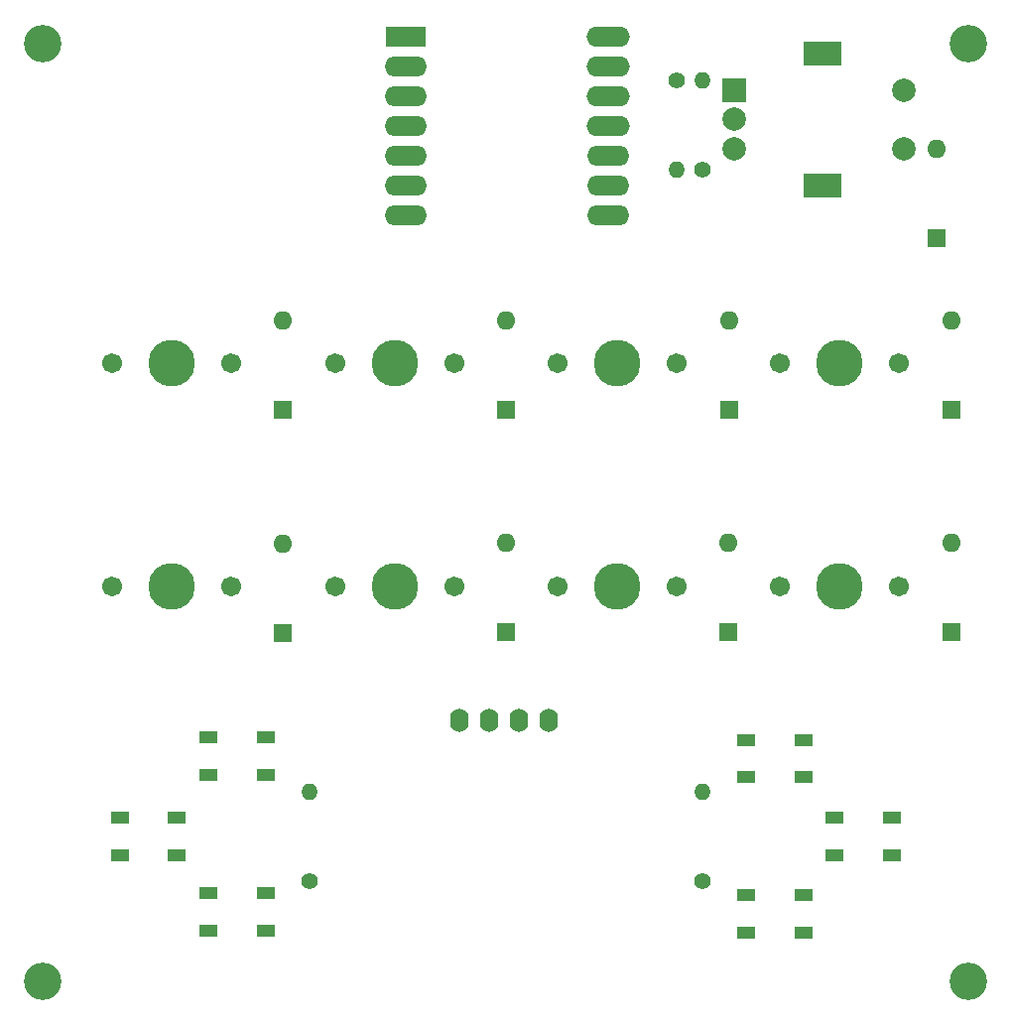
<source format=gbr>
%TF.GenerationSoftware,KiCad,Pcbnew,8.0.8*%
%TF.CreationDate,2025-02-15T23:13:22-05:00*%
%TF.ProjectId,Hackpad,4861636b-7061-4642-9e6b-696361645f70,rev?*%
%TF.SameCoordinates,Original*%
%TF.FileFunction,Soldermask,Top*%
%TF.FilePolarity,Negative*%
%FSLAX46Y46*%
G04 Gerber Fmt 4.6, Leading zero omitted, Abs format (unit mm)*
G04 Created by KiCad (PCBNEW 8.0.8) date 2025-02-15 23:13:22*
%MOMM*%
%LPD*%
G01*
G04 APERTURE LIST*
%ADD10C,3.200000*%
%ADD11C,1.701800*%
%ADD12C,3.987800*%
%ADD13C,1.400000*%
%ADD14O,1.400000X1.400000*%
%ADD15R,2.000000X2.000000*%
%ADD16C,2.000000*%
%ADD17R,3.200000X2.000000*%
%ADD18R,3.500000X1.700000*%
%ADD19O,3.600000X1.700000*%
%ADD20O,3.700000X1.700000*%
%ADD21O,1.600000X2.000000*%
%ADD22R,1.500000X1.000000*%
%ADD23R,1.600000X1.600000*%
%ADD24O,1.600000X1.600000*%
G04 APERTURE END LIST*
D10*
%TO.C,H2*%
X72500000Y-173750000D03*
%TD*%
%TO.C,H1*%
X72500000Y-93750000D03*
%TD*%
D11*
%TO.C,SW7*%
X78370000Y-140120000D03*
D12*
X83450000Y-140120000D03*
D11*
X88530000Y-140120000D03*
%TD*%
D13*
%TO.C,R3*%
X126580000Y-96880000D03*
D14*
X126580000Y-104500000D03*
%TD*%
D15*
%TO.C,SW13*%
X131500000Y-97750000D03*
D16*
X131500000Y-102750000D03*
X131500000Y-100250000D03*
D17*
X139000000Y-94650000D03*
X139000000Y-105850000D03*
D16*
X146000000Y-102750000D03*
X146000000Y-97750000D03*
%TD*%
D13*
%TO.C,R4*%
X128750000Y-104500000D03*
D14*
X128750000Y-96880000D03*
%TD*%
D18*
%TO.C,U1*%
X103464500Y-93192015D03*
D19*
X103464500Y-95732015D03*
X103464500Y-98272015D03*
X103464500Y-100812015D03*
X103464500Y-103352015D03*
X103464500Y-105892015D03*
X103464500Y-108432015D03*
X120714500Y-108432015D03*
X120714500Y-105892015D03*
X120714500Y-103352015D03*
D20*
X120714500Y-100812015D03*
X120714500Y-98272015D03*
X120714500Y-95732015D03*
X120714500Y-93192015D03*
%TD*%
D21*
%TO.C,Brd1*%
X108080000Y-151550000D03*
X110620000Y-151550000D03*
X113160000Y-151550000D03*
X115700000Y-151550000D03*
%TD*%
D11*
%TO.C,SW11*%
X116420000Y-140118050D03*
D12*
X121500000Y-140118050D03*
D11*
X126580000Y-140118050D03*
%TD*%
D22*
%TO.C,D15*%
X132500000Y-166420000D03*
X132500000Y-169620000D03*
X137400000Y-169620000D03*
X137400000Y-166420000D03*
%TD*%
D11*
%TO.C,SW4*%
X135420000Y-121080000D03*
D12*
X140500000Y-121080000D03*
D11*
X145580000Y-121080000D03*
%TD*%
D22*
%TO.C,D16*%
X86600000Y-153000000D03*
X86600000Y-156200000D03*
X91500000Y-156200000D03*
X91500000Y-153000000D03*
%TD*%
D23*
%TO.C,D6*%
X150040000Y-125000000D03*
D24*
X150040000Y-117380000D03*
%TD*%
D23*
%TO.C,D5*%
X131040000Y-125000000D03*
D24*
X131040000Y-117380000D03*
%TD*%
D22*
%TO.C,D18*%
X86600000Y-166240000D03*
X86600000Y-169440000D03*
X91500000Y-169440000D03*
X91500000Y-166240000D03*
%TD*%
D23*
%TO.C,D10*%
X150000000Y-144000000D03*
D24*
X150000000Y-136380000D03*
%TD*%
D22*
%TO.C,D2*%
X140050000Y-159800000D03*
X140050000Y-163000000D03*
X144950000Y-163000000D03*
X144950000Y-159800000D03*
%TD*%
%TO.C,D17*%
X79050000Y-159800000D03*
X79050000Y-163000000D03*
X83950000Y-163000000D03*
X83950000Y-159800000D03*
%TD*%
D10*
%TO.C,H3*%
X151500000Y-93750000D03*
%TD*%
D11*
%TO.C,SW8*%
X135420000Y-140118050D03*
D12*
X140500000Y-140118050D03*
D11*
X145580000Y-140118050D03*
%TD*%
%TO.C,SW2*%
X97420000Y-121080000D03*
D12*
X102500000Y-121080000D03*
D11*
X107580000Y-121080000D03*
%TD*%
%TO.C,SW3*%
X116420000Y-121080000D03*
D12*
X121500000Y-121080000D03*
D11*
X126580000Y-121080000D03*
%TD*%
D10*
%TO.C,H4*%
X151500000Y-173750000D03*
%TD*%
D11*
%TO.C,SW10*%
X97420000Y-140118050D03*
D12*
X102500000Y-140118050D03*
D11*
X107580000Y-140118050D03*
%TD*%
D23*
%TO.C,D8*%
X92970000Y-125040000D03*
D24*
X92970000Y-117420000D03*
%TD*%
D13*
%TO.C,R1*%
X128800000Y-165200000D03*
D14*
X128800000Y-157580000D03*
%TD*%
D23*
%TO.C,D4*%
X112040000Y-125000000D03*
D24*
X112040000Y-117380000D03*
%TD*%
D11*
%TO.C,SW6*%
X78370000Y-121080000D03*
D12*
X83450000Y-121080000D03*
D11*
X88530000Y-121080000D03*
%TD*%
D22*
%TO.C,D1*%
X132500000Y-153180000D03*
X132500000Y-156380000D03*
X137400000Y-156380000D03*
X137400000Y-153180000D03*
%TD*%
D23*
%TO.C,D12*%
X112000000Y-144000000D03*
D24*
X112000000Y-136380000D03*
%TD*%
D23*
%TO.C,D9*%
X92990000Y-144040000D03*
D24*
X92990000Y-136420000D03*
%TD*%
D13*
%TO.C,R2*%
X95250000Y-165200000D03*
D14*
X95250000Y-157580000D03*
%TD*%
D23*
%TO.C,D13*%
X131000000Y-144000000D03*
D24*
X131000000Y-136380000D03*
%TD*%
D23*
%TO.C,D14*%
X148750000Y-110370000D03*
D24*
X148750000Y-102750000D03*
%TD*%
M02*

</source>
